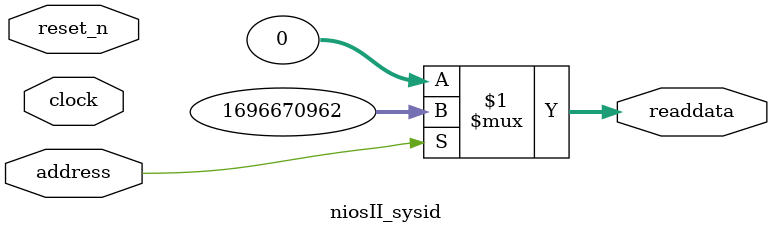
<source format=v>



// synthesis translate_off
`timescale 1ns / 1ps
// synthesis translate_on

// turn off superfluous verilog processor warnings 
// altera message_level Level1 
// altera message_off 10034 10035 10036 10037 10230 10240 10030 

module niosII_sysid (
               // inputs:
                address,
                clock,
                reset_n,

               // outputs:
                readdata
             )
;

  output  [ 31: 0] readdata;
  input            address;
  input            clock;
  input            reset_n;

  wire    [ 31: 0] readdata;
  //control_slave, which is an e_avalon_slave
  assign readdata = address ? 1696670962 : 0;

endmodule



</source>
